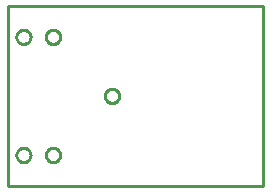
<source format=gbr>
G04 EAGLE Gerber RS-274X export*
G75*
%MOMM*%
%FSLAX34Y34*%
%LPD*%
%IN*%
%IPPOS*%
%AMOC8*
5,1,8,0,0,1.08239X$1,22.5*%
G01*
%ADD10C,0.254000*%


D10*
X0Y0D02*
X215900Y0D01*
X215900Y152400D01*
X0Y152400D01*
X0Y0D01*
X44100Y125863D02*
X44025Y125193D01*
X43875Y124536D01*
X43652Y123900D01*
X43360Y123293D01*
X43001Y122723D01*
X42581Y122196D01*
X42104Y121719D01*
X41578Y121299D01*
X41007Y120940D01*
X40400Y120648D01*
X39764Y120425D01*
X39107Y120275D01*
X38437Y120200D01*
X37763Y120200D01*
X37093Y120275D01*
X36436Y120425D01*
X35800Y120648D01*
X35193Y120940D01*
X34623Y121299D01*
X34096Y121719D01*
X33619Y122196D01*
X33199Y122723D01*
X32840Y123293D01*
X32548Y123900D01*
X32325Y124536D01*
X32175Y125193D01*
X32100Y125863D01*
X32100Y126537D01*
X32175Y127207D01*
X32325Y127864D01*
X32548Y128500D01*
X32840Y129107D01*
X33199Y129678D01*
X33619Y130204D01*
X34096Y130681D01*
X34623Y131101D01*
X35193Y131460D01*
X35800Y131752D01*
X36436Y131975D01*
X37093Y132125D01*
X37763Y132200D01*
X38437Y132200D01*
X39107Y132125D01*
X39764Y131975D01*
X40400Y131752D01*
X41007Y131460D01*
X41578Y131101D01*
X42104Y130681D01*
X42581Y130204D01*
X43001Y129678D01*
X43360Y129107D01*
X43652Y128500D01*
X43875Y127864D01*
X44025Y127207D01*
X44100Y126537D01*
X44100Y125863D01*
X19100Y125863D02*
X19025Y125193D01*
X18875Y124536D01*
X18652Y123900D01*
X18360Y123293D01*
X18001Y122723D01*
X17581Y122196D01*
X17104Y121719D01*
X16578Y121299D01*
X16007Y120940D01*
X15400Y120648D01*
X14764Y120425D01*
X14107Y120275D01*
X13437Y120200D01*
X12763Y120200D01*
X12093Y120275D01*
X11436Y120425D01*
X10800Y120648D01*
X10193Y120940D01*
X9623Y121299D01*
X9096Y121719D01*
X8619Y122196D01*
X8199Y122723D01*
X7840Y123293D01*
X7548Y123900D01*
X7325Y124536D01*
X7175Y125193D01*
X7100Y125863D01*
X7100Y126537D01*
X7175Y127207D01*
X7325Y127864D01*
X7548Y128500D01*
X7840Y129107D01*
X8199Y129678D01*
X8619Y130204D01*
X9096Y130681D01*
X9623Y131101D01*
X10193Y131460D01*
X10800Y131752D01*
X11436Y131975D01*
X12093Y132125D01*
X12763Y132200D01*
X13437Y132200D01*
X14107Y132125D01*
X14764Y131975D01*
X15400Y131752D01*
X16007Y131460D01*
X16578Y131101D01*
X17104Y130681D01*
X17581Y130204D01*
X18001Y129678D01*
X18360Y129107D01*
X18652Y128500D01*
X18875Y127864D01*
X19025Y127207D01*
X19100Y126537D01*
X19100Y125863D01*
X19100Y25863D02*
X19025Y25193D01*
X18875Y24536D01*
X18652Y23900D01*
X18360Y23293D01*
X18001Y22723D01*
X17581Y22196D01*
X17104Y21719D01*
X16578Y21299D01*
X16007Y20940D01*
X15400Y20648D01*
X14764Y20425D01*
X14107Y20275D01*
X13437Y20200D01*
X12763Y20200D01*
X12093Y20275D01*
X11436Y20425D01*
X10800Y20648D01*
X10193Y20940D01*
X9623Y21299D01*
X9096Y21719D01*
X8619Y22196D01*
X8199Y22723D01*
X7840Y23293D01*
X7548Y23900D01*
X7325Y24536D01*
X7175Y25193D01*
X7100Y25863D01*
X7100Y26537D01*
X7175Y27207D01*
X7325Y27864D01*
X7548Y28500D01*
X7840Y29107D01*
X8199Y29678D01*
X8619Y30204D01*
X9096Y30681D01*
X9623Y31101D01*
X10193Y31460D01*
X10800Y31752D01*
X11436Y31975D01*
X12093Y32125D01*
X12763Y32200D01*
X13437Y32200D01*
X14107Y32125D01*
X14764Y31975D01*
X15400Y31752D01*
X16007Y31460D01*
X16578Y31101D01*
X17104Y30681D01*
X17581Y30204D01*
X18001Y29678D01*
X18360Y29107D01*
X18652Y28500D01*
X18875Y27864D01*
X19025Y27207D01*
X19100Y26537D01*
X19100Y25863D01*
X44100Y25863D02*
X44025Y25193D01*
X43875Y24536D01*
X43652Y23900D01*
X43360Y23293D01*
X43001Y22723D01*
X42581Y22196D01*
X42104Y21719D01*
X41578Y21299D01*
X41007Y20940D01*
X40400Y20648D01*
X39764Y20425D01*
X39107Y20275D01*
X38437Y20200D01*
X37763Y20200D01*
X37093Y20275D01*
X36436Y20425D01*
X35800Y20648D01*
X35193Y20940D01*
X34623Y21299D01*
X34096Y21719D01*
X33619Y22196D01*
X33199Y22723D01*
X32840Y23293D01*
X32548Y23900D01*
X32325Y24536D01*
X32175Y25193D01*
X32100Y25863D01*
X32100Y26537D01*
X32175Y27207D01*
X32325Y27864D01*
X32548Y28500D01*
X32840Y29107D01*
X33199Y29678D01*
X33619Y30204D01*
X34096Y30681D01*
X34623Y31101D01*
X35193Y31460D01*
X35800Y31752D01*
X36436Y31975D01*
X37093Y32125D01*
X37763Y32200D01*
X38437Y32200D01*
X39107Y32125D01*
X39764Y31975D01*
X40400Y31752D01*
X41007Y31460D01*
X41578Y31101D01*
X42104Y30681D01*
X42581Y30204D01*
X43001Y29678D01*
X43360Y29107D01*
X43652Y28500D01*
X43875Y27864D01*
X44025Y27207D01*
X44100Y26537D01*
X44100Y25863D01*
X94100Y75863D02*
X94025Y75193D01*
X93875Y74536D01*
X93652Y73900D01*
X93360Y73293D01*
X93001Y72723D01*
X92581Y72196D01*
X92104Y71719D01*
X91578Y71299D01*
X91007Y70940D01*
X90400Y70648D01*
X89764Y70425D01*
X89107Y70275D01*
X88437Y70200D01*
X87763Y70200D01*
X87093Y70275D01*
X86436Y70425D01*
X85800Y70648D01*
X85193Y70940D01*
X84623Y71299D01*
X84096Y71719D01*
X83619Y72196D01*
X83199Y72723D01*
X82840Y73293D01*
X82548Y73900D01*
X82325Y74536D01*
X82175Y75193D01*
X82100Y75863D01*
X82100Y76537D01*
X82175Y77207D01*
X82325Y77864D01*
X82548Y78500D01*
X82840Y79107D01*
X83199Y79678D01*
X83619Y80204D01*
X84096Y80681D01*
X84623Y81101D01*
X85193Y81460D01*
X85800Y81752D01*
X86436Y81975D01*
X87093Y82125D01*
X87763Y82200D01*
X88437Y82200D01*
X89107Y82125D01*
X89764Y81975D01*
X90400Y81752D01*
X91007Y81460D01*
X91578Y81101D01*
X92104Y80681D01*
X92581Y80204D01*
X93001Y79678D01*
X93360Y79107D01*
X93652Y78500D01*
X93875Y77864D01*
X94025Y77207D01*
X94100Y76537D01*
X94100Y75863D01*
M02*

</source>
